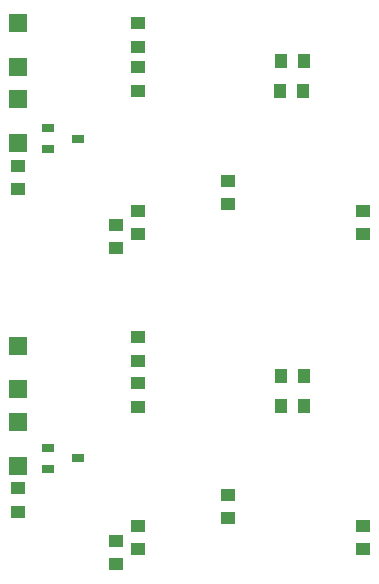
<source format=gbp>
G04 Layer_Color=128*
%FSLAX25Y25*%
%MOIN*%
G70*
G01*
G75*
%ADD21R,0.04000X0.03000*%
%ADD22R,0.05000X0.04000*%
%ADD23R,0.06000X0.06000*%
%ADD24R,0.04000X0.05000*%
D21*
X102421Y166500D02*
D03*
X92500Y170000D02*
D03*
Y163000D02*
D03*
X102500Y60000D02*
D03*
X92579Y63500D02*
D03*
Y56500D02*
D03*
D22*
X122500Y92500D02*
D03*
Y100300D02*
D03*
X82500Y157500D02*
D03*
Y149700D02*
D03*
Y50000D02*
D03*
Y42200D02*
D03*
X122500Y197200D02*
D03*
Y205000D02*
D03*
Y182500D02*
D03*
Y190300D02*
D03*
Y134700D02*
D03*
Y142500D02*
D03*
X115000Y137800D02*
D03*
Y130000D02*
D03*
X122500Y77200D02*
D03*
Y85000D02*
D03*
Y29700D02*
D03*
Y37500D02*
D03*
X115000Y32500D02*
D03*
Y24700D02*
D03*
X152500Y152500D02*
D03*
Y144700D02*
D03*
Y47800D02*
D03*
Y40000D02*
D03*
X197500Y134700D02*
D03*
Y142500D02*
D03*
Y29700D02*
D03*
Y37500D02*
D03*
D23*
X82500Y205000D02*
D03*
Y190433D02*
D03*
Y179567D02*
D03*
Y165000D02*
D03*
Y72067D02*
D03*
Y57500D02*
D03*
Y97500D02*
D03*
Y82933D02*
D03*
D24*
X177500Y182500D02*
D03*
X169700D02*
D03*
X177800Y192500D02*
D03*
X170000D02*
D03*
X177800Y87500D02*
D03*
X170000D02*
D03*
X177800Y77500D02*
D03*
X170000D02*
D03*
M02*

</source>
